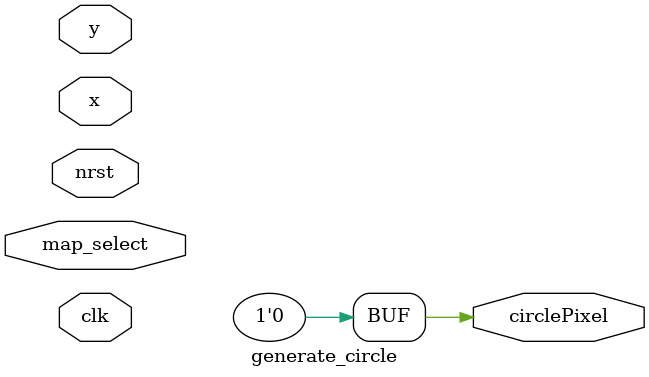
<source format=sv>
module generate_circle (
    // This module intakes coordinates of the blocks containing the circle and outputs the pixel the circle is on
    input  logic       clk, nrst,
    input  logic [8:0] x,           // not needded since SCo and SPo is hardcoded
    input  logic [7:0] y,           // not needded since SCo and SPo is hardcoded
    input logic [2:0] map_select,   // to show which map we are working with

    output logic       circlePixel
);

  // note: according to Puth, the first map will have the circle on block (1,2) and (4,4)
  //       keep in mind that the block coordinates ranges from 0 to 5.

  // borders are still not implemented, when it is, there will be a 12 pixel shift

  // internal variables

  `define JUMP 36
  `define CUBE 12
  
    ////x 5, y 4
  logic [2:0] circle_x[1:0];
  logic [2:0]circle_y [1:0];  // first dim: 2 bit, 0 - for the 1st circle, 1 - for the 2nd circle 
  logic circleDetect; // 1 bit since boolean 0 or 1
  logic [8:0] SCo;
  logic [7:0] SPo;
  assign circlePixel = 0;
endmodule
/*
  always_comb begin
    case(map_select)
      0: begin 
        circle_x[0] = 0;
        circle_y[0] = 3;
        circle_x[1] = 5;
        circle_y[1] = 4; 
      end
      1: begin 
        circle_x[0] = 1;
        circle_y[0] = 4;
        circle_x[1] = 4;
        circle_y[1] = 2; 
      end
      2: begin
        circle_x[0] = 0;
        circle_y[0] = 2;
        circle_x[1] = 2;
        circle_y[1] = 2; 
      end
      3:begin 
        circle_x[0] = 5;
        circle_y[0] = 5;
        circle_x[1] = 5;
        circle_y[1] = 2; 
      end
      4:begin 
        circle_x[0] = 1;
        circle_y[0] = 3;
        circle_x[1] = 2;
        circle_y[1] = 0; 
      end
      default: begin
        circle_x[0] = '0;
        circle_y[0] = '0;
        circle_x[1] = '0;
        circle_y[1] = '0;
      end
    endcase
    // clk is needed for each of the coordinates to specify the range update is cycling through
    // circleDetect = circlePixel;
    circleDetect = 0;
    for (integer i = 0; i < 2; i++) begin 
      SCo = `CUBE + `JUMP* circle_x[i]; // beginning x ///0
      SPo = `CUBE + `JUMP* circle_y[i]; // beginning y ///3

    // if(x > 20 && y< 40)begin 
    // circleDetect = 1;
    // end else begin 
    //   circleDetect = 0;
    // end
      // circleDetect = circlePixel;
      if (((x >= SCo + 14 && x <= SCo + 21)   // first   x
        && (y == SPo +  3 || y == SPo + 32))  // first   y
        ||(((x >= SCo + 11 && x <= SCo + 13)   // second  x
        || (x >= SCo + 22 && x <= SCo + 24))  // second  x
        && (y == SPo +  4 || y == SPo + 31))  // second  y
        ||(((x >= SCo +  9 && x <= SCo + 10)   // third   x
        || (x >= SCo + 25 && x <= SCo + 26))  // third   x
        && (y == SPo +  5 || y == SPo + 30))  // third   y
        ||(((x == SCo +  8 || x == SCo + 27)   // fourth  x
        && (y == SPo +  6 || y == SPo + 29))) // fourth  y
        ||(((x == SCo +  7 || x == SCo + 28)   // fifth   x
        && (y == SPo +  7 || y == SPo + 28))) // fifth   y
        ||(((x == SCo +  6 || x == SCo + 29)   // sixth   x
        && (y == SPo +  8 || y == SPo + 27))) // sixth   y
        ||(  (x == SCo +  5 || x == SCo + 30)   // seventh x  <---
          &&((y >= SPo +  9 && y <= SPo + 10)   // seventh y
          || (y >= SPo + 25 && y <= SPo + 26))) // seventh y
        ||( (x == SCo +  4 || x == SCo + 31)   // eighth  x
          &&((y >= SPo + 11 && y <= SPo + 13)   // eighth  y
          || (y >= SPo + 22 && y <= SPo + 24))) // eighth  y   <---
        ||( (x == SCo +  3 || x == SCo + 32)   // ninth   x
        && (y >= SPo + 14 && y <= SPo + 21) ) // ninth   y
      ) begin
        circleDetect = 1;
      end 
      // else begin
      //   circleDetect = 0;
      // end 
    end 
  end
  // assign output

  always_ff @(posedge clk) begin
    circlePixel <= circleDetect;
  end

endmodule
</source>
